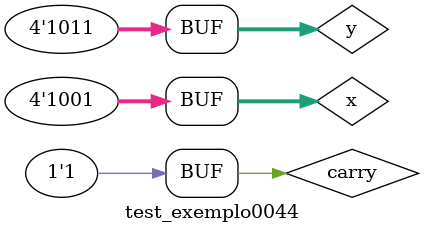
<source format=v>


module FullAdder(s, carryOut, x, y, carryIn);
  output s, carryOut;
  input x, y, carryIn;
  wire a, b, c;

//-- portas 
  xor (a, x, y);
  xor (s, a, carryIn);   
  and (b, x, y);
  and (c, a, carryIn);
  or (carryOut, c, b);
  
endmodule //--FullAdder

// ------------------------- 
// somador
// ------------------------- 

module somador(s, carryOut, x, y, carryIn);
  output [3:0] s;
  output carryOut;
  input  [3:0] x, y;
  input carryIn;
  
  wire c1, c2, c3, z1, z2, z3, z4, z5;
  
  //--portas 
  xor (z1, y[0] , carryIn);
  xor (z2, y[1] , carryIn);
  xor (z3, y[2] , carryIn);
  xor (z4, y[3] , carryIn);
  FullAdder FULLADDER0(s[0], c1, x[0], z1, carryIn);
  FullAdder FULLADDER1(s[1], c2, x[1], z2, c1);
  FullAdder FULLADDER2(s[2], c3, x[2], z3, c2);
  FullAdder FULLADDER3(s[3], z5, x[3], z4, c3);
  xor (carryOut, z5 , carryIn);
  
endmodule //--somador

 module verificarSeE0(output s , input [3:0] a);
 
 wire tmp0,tmp1,tmp2,tmp3;
 
 nor NOR0( tmp0 , 0 , a[0]);
 nor NOR1( tmp1 , 0 , a[1]);
 nor NOR2( tmp2 , 0 , a[2]);
 nor NOR3( tmp3 , 0 , a[3]);
 
 assign s = tmp0 & tmp1 & tmp2 & tmp3;
 
endmodule //-- FIm testa se e 0

module test_exemplo0044; 
// ------------------------- definir dados 
reg [3:0] x; 
reg [3:0] y; 
reg carry; 
wire [3:0] soma;
wire carryOut , resp; 

somador SOMADOR0(soma, carryOut, x, y, carry);

//-- VErificar se o resultado e 0
verificarSeE0 VERIFICAR0(resp, soma);

// ------------------------- parte principal 
  initial
  begin
  $display("Exemplo0044 - Samuel Eusébio da Silva - 435055"); 
  
  //--Testes
  $monitor($time," x = %b y = %b carryIn = %b carry out = %b soma = %b Verificacao se e 0 : %b\n",x, y, carry,carryOut,soma,resp );
  end
  
  // Entradas
  initial
  begin
  x = 4'b0010;y = 4'b0100; carry = 1'b0;


  #5 x = 4'b0001;y = 4'b1111;
  #5 x = 4'b0011;y = 4'b1011;
  #5 x = 4'b0001;y = 4'b1011;
  #5 x = 4'b0001;y = 4'b1011;
  
   #5 x = 4'b0010;y = 4'b0100;carry = 1'b1;
   #5 x = 4'b1001;y = 4'b1111;
   #5 x = 4'b0011;y = 4'b1011;
   #5 x = 4'b0101;y = 4'b1011;
   #5 x = 4'b1001;y = 4'b1011;

  end
endmodule // --test
</source>
